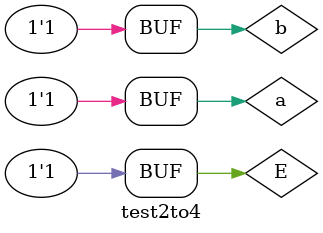
<source format=v>
`timescale 1ns / 1ps


module test2to4;

	// Inputs
	reg a;
	reg b;
	reg E;

	// Outputs
	wire [3:0] y;

	// Instantiate the Unit Under Test (UUT)
	de2to4 uut (
		.a(a), 
		.b(b), 
		.E(E), 
		.y(y)
	);

	initial begin
		// Initialize Inputs
		a = 0;
		b = 0;
		E = 0;

		// Wait 100 ns for global reset to finish
		#100;
        E=1;
		  a=0;
		  b=0;
		  #20;
		  a=0;
		  b=1;
		  #20;
		  a=1;
		  b=0;
		  #20;
		  a=1;
		  b=1;
		  #20;

	end
      
endmodule


</source>
